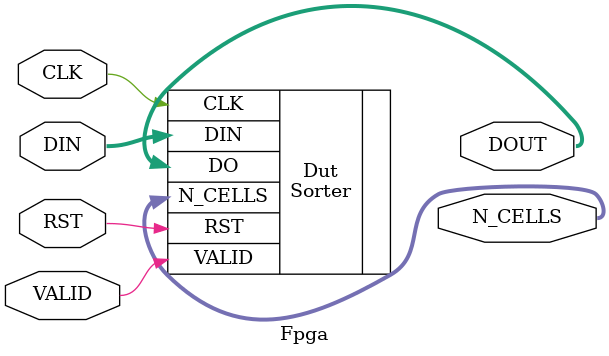
<source format=v>
/* 
*  
*/

module Fpga(input CLK, input RST, input [11:0] DIN, input VALID, output [11:0] DOUT, output [7:0] N_CELLS);


Sorter #(12,32) Dut(.CLK(CLK), .RST(RST), .DIN(DIN), .VALID(VALID), .DO(DOUT), .N_CELLS(N_CELLS));


endmodule


</source>
